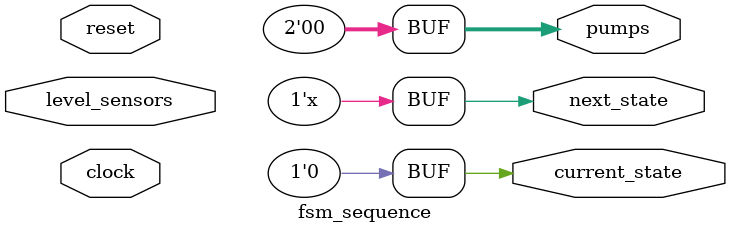
<source format=v>

module fsm_sequence(
    clock,              // Clock input of the synchronous sequential design
    reset,              // Active high, synchronous reset input
    level_sensors,      // Input sensors for the fsm
    pumps,              // Output controlling the pumps
    next_state,         // Next state, for debugging
    current_state      // Current state, for debugging
);

    //----------------- INPUT PORTS -----------------------------
    input wire clock;
    input wire reset;
    input wire [1:0] level_sensors;  // First bit is I sensor, second bit is S sensor

    //----------------- OUTPUT PORTS ----------------------------
    output reg [1:0] pumps;         // First bit is B1 pump, second bit is B2 pump
    output reg next_state;
    output reg current_state;

    //----------------- INTERNAL VARIABLES ----------------------

    //----------------- FSM STATES ------------------------------
    parameter LAST_1 = 1'b0;
    parameter LAST_2 = 1'b1;

    /* Initialization of the FSM */ 
    initial begin: INITIALIZATION
        current_state = LAST_1;
        next_state = LAST_1;
        pumps = 2'b00;
    end
    
    /* Combinational part of the FSM, calculates the next state and the output */
    always @ (current_state or level_sensors[0] or level_sensors[1]) begin: COMBINATIONAL_CODE
        next_state = current_state;

        case(current_state)
            /* Current state is LAST_1, which is the next state?*/
            LAST_1: begin
                case(level_sensors)
                    // Water is below both sensors, then both pumps are on, and the pump that has to run by itself changes (state changes)
                    2'b00: begin
                        pumps[0] = 1;
                        pumps[1] = 1;
                        next_state = LAST_2;
                    end
                    // Water is inbetween the senors, then, since current state is LAST_1, B1 continues to be on
                    2'b01: begin
                        pumps[0] = 1;
                        pumps[1] = 0;
                        next_state = LAST_1;
                    end
                    // Water is above both sensors, then both pumps are off, and the pump that has to run by itself changes (state changes)
                    2'b11: begin
                        pumps[0] = 0;
                        pumps[1] = 0;
                        next_state = LAST_2;
                    end
                    // Impossible case when the sensors indicate water is above S and below I, for safety, both pumps are shut down
                    2'b10: begin
                        pumps[0] = 0;
                        pumps[1] = 0;
                        next_state = LAST_1;
                    end
                endcase
            end

            /* Current state is LAST_2, which is the next state?*/
            LAST_2: begin
                case(level_sensors)
                    // Water is below both sensors, then both pumps are on, and the pump that has to run by itself changes (state changes)
                    2'b00: begin
                        pumps[0] = 1;
                        pumps[1] = 1;
                        next_state = LAST_1;
                    end
                    // Water is inbetween the senors, then, since current state is LAST_2, B2 continues to be on
                    2'b01: begin
                        pumps[0] = 0;
                        pumps[1] = 1;
                        next_state = LAST_2;
                    end
                    // Water is above both sensors, then both pumps are off, and the pump that has to run by itself changes (state changes)
                    2'b11: begin
                        pumps[0] = 0;
                        pumps[1] = 0;
                        next_state = LAST_1;
                    end
                    // Impossible case when the sensors indicate water is above S and below I, for safety, both pumps are shut down
                    2'b10: begin
                        pumps[0] = 0;
                        pumps[1] = 0;
                        next_state = LAST_2;
                    end
                endcase
            end

            /* Error, not defined the state, go to reset */
            default: begin
                current_state = LAST_1;
                pumps = 2'b00;
            end
        endcase
    end

    /* Sequential part of the FSM, updates the next state of the FSM */
    always @(posedge clock) begin: SEQUENTIAL_CODE
        if (reset) begin
            current_state = LAST_1;
        end else begin
            current_state = next_state;
        end
    end

endmodule
</source>
